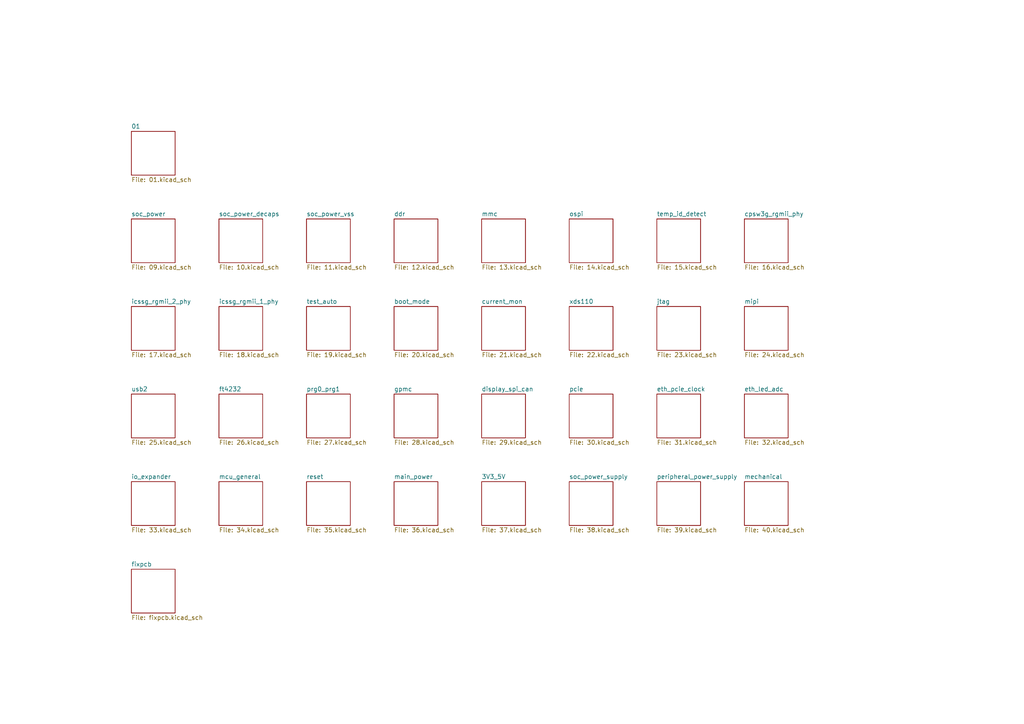
<source format=kicad_sch>
(kicad_sch
	(version 20231120)
	(generator "eeschema")
	(generator_version "8.0")
	(uuid "d798ab61-bfb1-4e3e-a919-55e6a99857b1")
	(paper "A4")
	(lib_symbols)
	(sheet
		(at 190.5 63.5)
		(size 12.7 12.7)
		(fields_autoplaced yes)
		(stroke
			(width 0.1524)
			(type solid)
		)
		(fill
			(color 0 0 0 0.0000)
		)
		(uuid "020a263b-7f77-4480-91e5-967eb316b846")
		(property "Sheetname" "temp_id_detect"
			(at 190.5 62.7884 0)
			(effects
				(font
					(size 1.27 1.27)
				)
				(justify left bottom)
			)
		)
		(property "Sheetfile" "15.kicad_sch"
			(at 190.5 76.7846 0)
			(effects
				(font
					(size 1.27 1.27)
				)
				(justify left top)
			)
		)
		(instances
			(project "proc101d"
				(path "/d798ab61-bfb1-4e3e-a919-55e6a99857b1"
					(page "9")
				)
			)
		)
	)
	(sheet
		(at 139.7 139.7)
		(size 12.7 12.7)
		(fields_autoplaced yes)
		(stroke
			(width 0.1524)
			(type solid)
		)
		(fill
			(color 0 0 0 0.0000)
		)
		(uuid "03bb078c-123e-4bb3-82ef-da551d85eb40")
		(property "Sheetname" "3V3_5V"
			(at 139.7 138.9884 0)
			(effects
				(font
					(size 1.27 1.27)
				)
				(justify left bottom)
			)
		)
		(property "Sheetfile" "37.kicad_sch"
			(at 139.7 152.9846 0)
			(effects
				(font
					(size 1.27 1.27)
				)
				(justify left top)
			)
		)
		(instances
			(project "proc101d"
				(path "/d798ab61-bfb1-4e3e-a919-55e6a99857b1"
					(page "31")
				)
			)
		)
	)
	(sheet
		(at 63.5 63.5)
		(size 12.7 12.7)
		(fields_autoplaced yes)
		(stroke
			(width 0.1524)
			(type solid)
		)
		(fill
			(color 0 0 0 0.0000)
		)
		(uuid "0c0f96e8-8f11-48b4-8d68-aebec5ff3a3b")
		(property "Sheetname" "soc_power_decaps"
			(at 63.5 62.7884 0)
			(effects
				(font
					(size 1.27 1.27)
				)
				(justify left bottom)
			)
		)
		(property "Sheetfile" "10.kicad_sch"
			(at 63.5 76.7846 0)
			(effects
				(font
					(size 1.27 1.27)
				)
				(justify left top)
			)
		)
		(instances
			(project "proc101d"
				(path "/d798ab61-bfb1-4e3e-a919-55e6a99857b1"
					(page "4")
				)
			)
		)
	)
	(sheet
		(at 38.1 38.1)
		(size 12.7 12.7)
		(fields_autoplaced yes)
		(stroke
			(width 0.1524)
			(type solid)
		)
		(fill
			(color 0 0 0 0.0000)
		)
		(uuid "14b34273-87c2-49e0-9b4e-0e38c3713aca")
		(property "Sheetname" "01"
			(at 38.1 37.3884 0)
			(effects
				(font
					(size 1.27 1.27)
				)
				(justify left bottom)
			)
		)
		(property "Sheetfile" "01.kicad_sch"
			(at 38.1 51.3846 0)
			(effects
				(font
					(size 1.27 1.27)
				)
				(justify left top)
			)
		)
		(instances
			(project "proc101d"
				(path "/d798ab61-bfb1-4e3e-a919-55e6a99857b1"
					(page "2")
				)
			)
		)
	)
	(sheet
		(at 38.1 88.9)
		(size 12.7 12.7)
		(fields_autoplaced yes)
		(stroke
			(width 0.1524)
			(type solid)
		)
		(fill
			(color 0 0 0 0.0000)
		)
		(uuid "1c5f2ae1-4e42-42a8-8242-61cead4425e4")
		(property "Sheetname" "icssg_rgmii_2_phy"
			(at 38.1 88.1884 0)
			(effects
				(font
					(size 1.27 1.27)
				)
				(justify left bottom)
			)
		)
		(property "Sheetfile" "17.kicad_sch"
			(at 38.1 102.1846 0)
			(effects
				(font
					(size 1.27 1.27)
				)
				(justify left top)
			)
		)
		(instances
			(project "proc101d"
				(path "/d798ab61-bfb1-4e3e-a919-55e6a99857b1"
					(page "11")
				)
			)
		)
	)
	(sheet
		(at 215.9 114.3)
		(size 12.7 12.7)
		(fields_autoplaced yes)
		(stroke
			(width 0.1524)
			(type solid)
		)
		(fill
			(color 0 0 0 0.0000)
		)
		(uuid "20b0ea2c-7e2d-4a33-835b-ff22847a9077")
		(property "Sheetname" "eth_led_adc"
			(at 215.9 113.5884 0)
			(effects
				(font
					(size 1.27 1.27)
				)
				(justify left bottom)
			)
		)
		(property "Sheetfile" "32.kicad_sch"
			(at 215.9 127.5846 0)
			(effects
				(font
					(size 1.27 1.27)
				)
				(justify left top)
			)
		)
		(instances
			(project "proc101d"
				(path "/d798ab61-bfb1-4e3e-a919-55e6a99857b1"
					(page "26")
				)
			)
		)
	)
	(sheet
		(at 165.1 114.3)
		(size 12.7 12.7)
		(fields_autoplaced yes)
		(stroke
			(width 0.1524)
			(type solid)
		)
		(fill
			(color 0 0 0 0.0000)
		)
		(uuid "397b3b10-a226-4c89-8489-ecb1197e2a45")
		(property "Sheetname" "pcie"
			(at 165.1 113.5884 0)
			(effects
				(font
					(size 1.27 1.27)
				)
				(justify left bottom)
			)
		)
		(property "Sheetfile" "30.kicad_sch"
			(at 165.1 127.5846 0)
			(effects
				(font
					(size 1.27 1.27)
				)
				(justify left top)
			)
		)
		(instances
			(project "proc101d"
				(path "/d798ab61-bfb1-4e3e-a919-55e6a99857b1"
					(page "24")
				)
			)
		)
	)
	(sheet
		(at 88.9 114.3)
		(size 12.7 12.7)
		(fields_autoplaced yes)
		(stroke
			(width 0.1524)
			(type solid)
		)
		(fill
			(color 0 0 0 0.0000)
		)
		(uuid "455fef30-a1b2-4c9f-bc04-3074a9d7744e")
		(property "Sheetname" "prg0_prg1"
			(at 88.9 113.5884 0)
			(effects
				(font
					(size 1.27 1.27)
				)
				(justify left bottom)
			)
		)
		(property "Sheetfile" "27.kicad_sch"
			(at 88.9 127.5846 0)
			(effects
				(font
					(size 1.27 1.27)
				)
				(justify left top)
			)
		)
		(instances
			(project "proc101d"
				(path "/d798ab61-bfb1-4e3e-a919-55e6a99857b1"
					(page "21")
				)
			)
		)
	)
	(sheet
		(at 88.9 63.5)
		(size 12.7 12.7)
		(fields_autoplaced yes)
		(stroke
			(width 0.1524)
			(type solid)
		)
		(fill
			(color 0 0 0 0.0000)
		)
		(uuid "4d133f68-a4cb-42f9-921d-919079c7d53f")
		(property "Sheetname" "soc_power_vss"
			(at 88.9 62.7884 0)
			(effects
				(font
					(size 1.27 1.27)
				)
				(justify left bottom)
			)
		)
		(property "Sheetfile" "11.kicad_sch"
			(at 88.9 76.7846 0)
			(effects
				(font
					(size 1.27 1.27)
				)
				(justify left top)
			)
		)
		(instances
			(project "proc101d"
				(path "/d798ab61-bfb1-4e3e-a919-55e6a99857b1"
					(page "5")
				)
			)
		)
	)
	(sheet
		(at 190.5 88.9)
		(size 12.7 12.7)
		(fields_autoplaced yes)
		(stroke
			(width 0.1524)
			(type solid)
		)
		(fill
			(color 0 0 0 0.0000)
		)
		(uuid "4d9ef161-a787-4659-a187-66891a41dc2e")
		(property "Sheetname" "jtag"
			(at 190.5 88.1884 0)
			(effects
				(font
					(size 1.27 1.27)
				)
				(justify left bottom)
			)
		)
		(property "Sheetfile" "23.kicad_sch"
			(at 190.5 102.1846 0)
			(effects
				(font
					(size 1.27 1.27)
				)
				(justify left top)
			)
		)
		(instances
			(project "proc101d"
				(path "/d798ab61-bfb1-4e3e-a919-55e6a99857b1"
					(page "17")
				)
			)
		)
	)
	(sheet
		(at 38.1 63.5)
		(size 12.7 12.7)
		(fields_autoplaced yes)
		(stroke
			(width 0.1524)
			(type solid)
		)
		(fill
			(color 0 0 0 0.0000)
		)
		(uuid "54318cda-3295-4d15-89e5-1d460ae721c9")
		(property "Sheetname" "soc_power"
			(at 38.1 62.7884 0)
			(effects
				(font
					(size 1.27 1.27)
				)
				(justify left bottom)
			)
		)
		(property "Sheetfile" "09.kicad_sch"
			(at 38.1 76.7846 0)
			(effects
				(font
					(size 1.27 1.27)
				)
				(justify left top)
			)
		)
		(instances
			(project "proc101d"
				(path "/d798ab61-bfb1-4e3e-a919-55e6a99857b1"
					(page "3")
				)
			)
		)
	)
	(sheet
		(at 38.1 114.3)
		(size 12.7 12.7)
		(fields_autoplaced yes)
		(stroke
			(width 0.1524)
			(type solid)
		)
		(fill
			(color 0 0 0 0.0000)
		)
		(uuid "59a811ba-7c25-40e5-8e3d-f0b90cc619e9")
		(property "Sheetname" "usb2"
			(at 38.1 113.5884 0)
			(effects
				(font
					(size 1.27 1.27)
				)
				(justify left bottom)
			)
		)
		(property "Sheetfile" "25.kicad_sch"
			(at 38.1 127.5846 0)
			(effects
				(font
					(size 1.27 1.27)
				)
				(justify left top)
			)
		)
		(instances
			(project "proc101d"
				(path "/d798ab61-bfb1-4e3e-a919-55e6a99857b1"
					(page "19")
				)
			)
		)
	)
	(sheet
		(at 38.1 165.1)
		(size 12.7 12.7)
		(fields_autoplaced yes)
		(stroke
			(width 0.1524)
			(type solid)
		)
		(fill
			(color 0 0 0 0.0000)
		)
		(uuid "6a723798-eff9-4e65-87c2-27b6bab91a7a")
		(property "Sheetname" "fixpcb"
			(at 38.1 164.3884 0)
			(effects
				(font
					(size 1.27 1.27)
				)
				(justify left bottom)
			)
		)
		(property "Sheetfile" "fixpcb.kicad_sch"
			(at 38.1 178.3846 0)
			(effects
				(font
					(size 1.27 1.27)
				)
				(justify left top)
			)
		)
		(instances
			(project "proc101d"
				(path "/d798ab61-bfb1-4e3e-a919-55e6a99857b1"
					(page "35")
				)
			)
		)
	)
	(sheet
		(at 114.3 88.9)
		(size 12.7 12.7)
		(fields_autoplaced yes)
		(stroke
			(width 0.1524)
			(type solid)
		)
		(fill
			(color 0 0 0 0.0000)
		)
		(uuid "71cb7a02-f8ae-4a9c-bca9-a2732efb0ffc")
		(property "Sheetname" "boot_mode"
			(at 114.3 88.1884 0)
			(effects
				(font
					(size 1.27 1.27)
				)
				(justify left bottom)
			)
		)
		(property "Sheetfile" "20.kicad_sch"
			(at 114.3 102.1846 0)
			(effects
				(font
					(size 1.27 1.27)
				)
				(justify left top)
			)
		)
		(instances
			(project "proc101d"
				(path "/d798ab61-bfb1-4e3e-a919-55e6a99857b1"
					(page "14")
				)
			)
		)
	)
	(sheet
		(at 139.7 63.5)
		(size 12.7 12.7)
		(fields_autoplaced yes)
		(stroke
			(width 0.1524)
			(type solid)
		)
		(fill
			(color 0 0 0 0.0000)
		)
		(uuid "73baef7b-4850-4600-a82b-6a3acae3c9be")
		(property "Sheetname" "mmc"
			(at 139.7 62.7884 0)
			(effects
				(font
					(size 1.27 1.27)
				)
				(justify left bottom)
			)
		)
		(property "Sheetfile" "13.kicad_sch"
			(at 139.7 76.7846 0)
			(effects
				(font
					(size 1.27 1.27)
				)
				(justify left top)
			)
		)
		(instances
			(project "proc101d"
				(path "/d798ab61-bfb1-4e3e-a919-55e6a99857b1"
					(page "7")
				)
			)
		)
	)
	(sheet
		(at 190.5 114.3)
		(size 12.7 12.7)
		(fields_autoplaced yes)
		(stroke
			(width 0.1524)
			(type solid)
		)
		(fill
			(color 0 0 0 0.0000)
		)
		(uuid "79c32385-7466-4806-94f6-a502428123d7")
		(property "Sheetname" "eth_pcie_clock"
			(at 190.5 113.5884 0)
			(effects
				(font
					(size 1.27 1.27)
				)
				(justify left bottom)
			)
		)
		(property "Sheetfile" "31.kicad_sch"
			(at 190.5 127.5846 0)
			(effects
				(font
					(size 1.27 1.27)
				)
				(justify left top)
			)
		)
		(instances
			(project "proc101d"
				(path "/d798ab61-bfb1-4e3e-a919-55e6a99857b1"
					(page "25")
				)
			)
		)
	)
	(sheet
		(at 114.3 139.7)
		(size 12.7 12.7)
		(fields_autoplaced yes)
		(stroke
			(width 0.1524)
			(type solid)
		)
		(fill
			(color 0 0 0 0.0000)
		)
		(uuid "8cc42d67-d657-41c5-be9c-3cd03781513c")
		(property "Sheetname" "main_power"
			(at 114.3 138.9884 0)
			(effects
				(font
					(size 1.27 1.27)
				)
				(justify left bottom)
			)
		)
		(property "Sheetfile" "36.kicad_sch"
			(at 114.3 152.9846 0)
			(effects
				(font
					(size 1.27 1.27)
				)
				(justify left top)
			)
		)
		(instances
			(project "proc101d"
				(path "/d798ab61-bfb1-4e3e-a919-55e6a99857b1"
					(page "30")
				)
			)
		)
	)
	(sheet
		(at 165.1 63.5)
		(size 12.7 12.7)
		(fields_autoplaced yes)
		(stroke
			(width 0.1524)
			(type solid)
		)
		(fill
			(color 0 0 0 0.0000)
		)
		(uuid "92a6848d-5904-4452-ac0e-974ad1ec63a0")
		(property "Sheetname" "ospi"
			(at 165.1 62.7884 0)
			(effects
				(font
					(size 1.27 1.27)
				)
				(justify left bottom)
			)
		)
		(property "Sheetfile" "14.kicad_sch"
			(at 165.1 76.7846 0)
			(effects
				(font
					(size 1.27 1.27)
				)
				(justify left top)
			)
		)
		(instances
			(project "proc101d"
				(path "/d798ab61-bfb1-4e3e-a919-55e6a99857b1"
					(page "8")
				)
			)
		)
	)
	(sheet
		(at 190.5 139.7)
		(size 12.7 12.7)
		(fields_autoplaced yes)
		(stroke
			(width 0.1524)
			(type solid)
		)
		(fill
			(color 0 0 0 0.0000)
		)
		(uuid "937d601c-ff69-461d-b312-d5b716596a8a")
		(property "Sheetname" "peripheral_power_supply"
			(at 190.5 138.9884 0)
			(effects
				(font
					(size 1.27 1.27)
				)
				(justify left bottom)
			)
		)
		(property "Sheetfile" "39.kicad_sch"
			(at 190.5 152.9846 0)
			(effects
				(font
					(size 1.27 1.27)
				)
				(justify left top)
			)
		)
		(instances
			(project "proc101d"
				(path "/d798ab61-bfb1-4e3e-a919-55e6a99857b1"
					(page "33")
				)
			)
		)
	)
	(sheet
		(at 114.3 63.5)
		(size 12.7 12.7)
		(fields_autoplaced yes)
		(stroke
			(width 0.1524)
			(type solid)
		)
		(fill
			(color 0 0 0 0.0000)
		)
		(uuid "9c0e34e8-dae3-4159-a516-1e5bc0ad701c")
		(property "Sheetname" "ddr"
			(at 114.3 62.7884 0)
			(effects
				(font
					(size 1.27 1.27)
				)
				(justify left bottom)
			)
		)
		(property "Sheetfile" "12.kicad_sch"
			(at 114.3 76.7846 0)
			(effects
				(font
					(size 1.27 1.27)
				)
				(justify left top)
			)
		)
		(instances
			(project "proc101d"
				(path "/d798ab61-bfb1-4e3e-a919-55e6a99857b1"
					(page "6")
				)
			)
		)
	)
	(sheet
		(at 88.9 139.7)
		(size 12.7 12.7)
		(fields_autoplaced yes)
		(stroke
			(width 0.1524)
			(type solid)
		)
		(fill
			(color 0 0 0 0.0000)
		)
		(uuid "a1e381d3-626e-457b-bee6-faf2e9e95583")
		(property "Sheetname" "reset"
			(at 88.9 138.9884 0)
			(effects
				(font
					(size 1.27 1.27)
				)
				(justify left bottom)
			)
		)
		(property "Sheetfile" "35.kicad_sch"
			(at 88.9 152.9846 0)
			(effects
				(font
					(size 1.27 1.27)
				)
				(justify left top)
			)
		)
		(instances
			(project "proc101d"
				(path "/d798ab61-bfb1-4e3e-a919-55e6a99857b1"
					(page "29")
				)
			)
		)
	)
	(sheet
		(at 114.3 114.3)
		(size 12.7 12.7)
		(fields_autoplaced yes)
		(stroke
			(width 0.1524)
			(type solid)
		)
		(fill
			(color 0 0 0 0.0000)
		)
		(uuid "a20f76c6-e93d-4482-90a2-08a0bcf46ff2")
		(property "Sheetname" "gpmc"
			(at 114.3 113.5884 0)
			(effects
				(font
					(size 1.27 1.27)
				)
				(justify left bottom)
			)
		)
		(property "Sheetfile" "28.kicad_sch"
			(at 114.3 127.5846 0)
			(effects
				(font
					(size 1.27 1.27)
				)
				(justify left top)
			)
		)
		(instances
			(project "proc101d"
				(path "/d798ab61-bfb1-4e3e-a919-55e6a99857b1"
					(page "22")
				)
			)
		)
	)
	(sheet
		(at 63.5 114.3)
		(size 12.7 12.7)
		(fields_autoplaced yes)
		(stroke
			(width 0.1524)
			(type solid)
		)
		(fill
			(color 0 0 0 0.0000)
		)
		(uuid "a28ed050-448c-4a41-a879-6b9102bbafdb")
		(property "Sheetname" "ft4232"
			(at 63.5 113.5884 0)
			(effects
				(font
					(size 1.27 1.27)
				)
				(justify left bottom)
			)
		)
		(property "Sheetfile" "26.kicad_sch"
			(at 63.5 127.5846 0)
			(effects
				(font
					(size 1.27 1.27)
				)
				(justify left top)
			)
		)
		(instances
			(project "proc101d"
				(path "/d798ab61-bfb1-4e3e-a919-55e6a99857b1"
					(page "20")
				)
			)
		)
	)
	(sheet
		(at 139.7 88.9)
		(size 12.7 12.7)
		(fields_autoplaced yes)
		(stroke
			(width 0.1524)
			(type solid)
		)
		(fill
			(color 0 0 0 0.0000)
		)
		(uuid "a4f74500-f38b-4e95-bc22-0db78c02d164")
		(property "Sheetname" "current_mon"
			(at 139.7 88.1884 0)
			(effects
				(font
					(size 1.27 1.27)
				)
				(justify left bottom)
			)
		)
		(property "Sheetfile" "21.kicad_sch"
			(at 139.7 102.1846 0)
			(effects
				(font
					(size 1.27 1.27)
				)
				(justify left top)
			)
		)
		(instances
			(project "proc101d"
				(path "/d798ab61-bfb1-4e3e-a919-55e6a99857b1"
					(page "15")
				)
			)
		)
	)
	(sheet
		(at 63.5 88.9)
		(size 12.7 12.7)
		(fields_autoplaced yes)
		(stroke
			(width 0.1524)
			(type solid)
		)
		(fill
			(color 0 0 0 0.0000)
		)
		(uuid "a7b7e6c4-5c27-4975-82b6-565b6c86c8e0")
		(property "Sheetname" "icssg_rgmii_1_phy"
			(at 63.5 88.1884 0)
			(effects
				(font
					(size 1.27 1.27)
				)
				(justify left bottom)
			)
		)
		(property "Sheetfile" "18.kicad_sch"
			(at 63.5 102.1846 0)
			(effects
				(font
					(size 1.27 1.27)
				)
				(justify left top)
			)
		)
		(instances
			(project "proc101d"
				(path "/d798ab61-bfb1-4e3e-a919-55e6a99857b1"
					(page "12")
				)
			)
		)
	)
	(sheet
		(at 215.9 63.5)
		(size 12.7 12.7)
		(fields_autoplaced yes)
		(stroke
			(width 0.1524)
			(type solid)
		)
		(fill
			(color 0 0 0 0.0000)
		)
		(uuid "a85b1848-fd6c-48c9-a9c0-779d97ba0ae6")
		(property "Sheetname" "cpsw3g_rgmii_phy"
			(at 215.9 62.7884 0)
			(effects
				(font
					(size 1.27 1.27)
				)
				(justify left bottom)
			)
		)
		(property "Sheetfile" "16.kicad_sch"
			(at 215.9 76.7846 0)
			(effects
				(font
					(size 1.27 1.27)
				)
				(justify left top)
			)
		)
		(instances
			(project "proc101d"
				(path "/d798ab61-bfb1-4e3e-a919-55e6a99857b1"
					(page "10")
				)
			)
		)
	)
	(sheet
		(at 139.7 114.3)
		(size 12.7 12.7)
		(fields_autoplaced yes)
		(stroke
			(width 0.1524)
			(type solid)
		)
		(fill
			(color 0 0 0 0.0000)
		)
		(uuid "c42cc7db-31d5-4c7d-a90e-ddc4fbfea309")
		(property "Sheetname" "display_spi_can"
			(at 139.7 113.5884 0)
			(effects
				(font
					(size 1.27 1.27)
				)
				(justify left bottom)
			)
		)
		(property "Sheetfile" "29.kicad_sch"
			(at 139.7 127.5846 0)
			(effects
				(font
					(size 1.27 1.27)
				)
				(justify left top)
			)
		)
		(instances
			(project "proc101d"
				(path "/d798ab61-bfb1-4e3e-a919-55e6a99857b1"
					(page "23")
				)
			)
		)
	)
	(sheet
		(at 88.9 88.9)
		(size 12.7 12.7)
		(fields_autoplaced yes)
		(stroke
			(width 0.1524)
			(type solid)
		)
		(fill
			(color 0 0 0 0.0000)
		)
		(uuid "c551427e-d111-4b1b-ab52-82371f1f6947")
		(property "Sheetname" "test_auto"
			(at 88.9 88.1884 0)
			(effects
				(font
					(size 1.27 1.27)
				)
				(justify left bottom)
			)
		)
		(property "Sheetfile" "19.kicad_sch"
			(at 88.9 102.1846 0)
			(effects
				(font
					(size 1.27 1.27)
				)
				(justify left top)
			)
		)
		(instances
			(project "proc101d"
				(path "/d798ab61-bfb1-4e3e-a919-55e6a99857b1"
					(page "13")
				)
			)
		)
	)
	(sheet
		(at 63.5 139.7)
		(size 12.7 12.7)
		(fields_autoplaced yes)
		(stroke
			(width 0.1524)
			(type solid)
		)
		(fill
			(color 0 0 0 0.0000)
		)
		(uuid "c5e0d2be-8651-4134-bb8b-8f535100788a")
		(property "Sheetname" "mcu_general"
			(at 63.5 138.9884 0)
			(effects
				(font
					(size 1.27 1.27)
				)
				(justify left bottom)
			)
		)
		(property "Sheetfile" "34.kicad_sch"
			(at 63.5 152.9846 0)
			(effects
				(font
					(size 1.27 1.27)
				)
				(justify left top)
			)
		)
		(instances
			(project "proc101d"
				(path "/d798ab61-bfb1-4e3e-a919-55e6a99857b1"
					(page "28")
				)
			)
		)
	)
	(sheet
		(at 215.9 139.7)
		(size 12.7 12.7)
		(fields_autoplaced yes)
		(stroke
			(width 0.1524)
			(type solid)
		)
		(fill
			(color 0 0 0 0.0000)
		)
		(uuid "c9416ae5-853a-4adb-8ec6-8b79374967eb")
		(property "Sheetname" "mechanical"
			(at 215.9 138.9884 0)
			(effects
				(font
					(size 1.27 1.27)
				)
				(justify left bottom)
			)
		)
		(property "Sheetfile" "40.kicad_sch"
			(at 215.9 152.9846 0)
			(effects
				(font
					(size 1.27 1.27)
				)
				(justify left top)
			)
		)
		(instances
			(project "proc101d"
				(path "/d798ab61-bfb1-4e3e-a919-55e6a99857b1"
					(page "34")
				)
			)
		)
	)
	(sheet
		(at 215.9 88.9)
		(size 12.7 12.7)
		(fields_autoplaced yes)
		(stroke
			(width 0.1524)
			(type solid)
		)
		(fill
			(color 0 0 0 0.0000)
		)
		(uuid "e59dd99e-a2d9-4062-a902-515cfe66f21d")
		(property "Sheetname" "mipi"
			(at 215.9 88.1884 0)
			(effects
				(font
					(size 1.27 1.27)
				)
				(justify left bottom)
			)
		)
		(property "Sheetfile" "24.kicad_sch"
			(at 215.9 102.1846 0)
			(effects
				(font
					(size 1.27 1.27)
				)
				(justify left top)
			)
		)
		(instances
			(project "proc101d"
				(path "/d798ab61-bfb1-4e3e-a919-55e6a99857b1"
					(page "18")
				)
			)
		)
	)
	(sheet
		(at 38.1 139.7)
		(size 12.7 12.7)
		(fields_autoplaced yes)
		(stroke
			(width 0.1524)
			(type solid)
		)
		(fill
			(color 0 0 0 0.0000)
		)
		(uuid "eb9ed480-1210-4542-9b37-37b261c4d44a")
		(property "Sheetname" "io_expander"
			(at 38.1 138.9884 0)
			(effects
				(font
					(size 1.27 1.27)
				)
				(justify left bottom)
			)
		)
		(property "Sheetfile" "33.kicad_sch"
			(at 38.1 152.9846 0)
			(effects
				(font
					(size 1.27 1.27)
				)
				(justify left top)
			)
		)
		(instances
			(project "proc101d"
				(path "/d798ab61-bfb1-4e3e-a919-55e6a99857b1"
					(page "27")
				)
			)
		)
	)
	(sheet
		(at 165.1 139.7)
		(size 12.7 12.7)
		(fields_autoplaced yes)
		(stroke
			(width 0.1524)
			(type solid)
		)
		(fill
			(color 0 0 0 0.0000)
		)
		(uuid "fa992559-001d-4618-b8eb-75ba307ff132")
		(property "Sheetname" "soc_power_supply"
			(at 165.1 138.9884 0)
			(effects
				(font
					(size 1.27 1.27)
				)
				(justify left bottom)
			)
		)
		(property "Sheetfile" "38.kicad_sch"
			(at 165.1 152.9846 0)
			(effects
				(font
					(size 1.27 1.27)
				)
				(justify left top)
			)
		)
		(instances
			(project "proc101d"
				(path "/d798ab61-bfb1-4e3e-a919-55e6a99857b1"
					(page "32")
				)
			)
		)
	)
	(sheet
		(at 165.1 88.9)
		(size 12.7 12.7)
		(fields_autoplaced yes)
		(stroke
			(width 0.1524)
			(type solid)
		)
		(fill
			(color 0 0 0 0.0000)
		)
		(uuid "fb62d151-b685-4318-b774-6a8e36543d86")
		(property "Sheetname" "xds110"
			(at 165.1 88.1884 0)
			(effects
				(font
					(size 1.27 1.27)
				)
				(justify left bottom)
			)
		)
		(property "Sheetfile" "22.kicad_sch"
			(at 165.1 102.1846 0)
			(effects
				(font
					(size 1.27 1.27)
				)
				(justify left top)
			)
		)
		(instances
			(project "proc101d"
				(path "/d798ab61-bfb1-4e3e-a919-55e6a99857b1"
					(page "16")
				)
			)
		)
	)
	(sheet_instances
		(path "/"
			(page "1")
		)
	)
)

</source>
